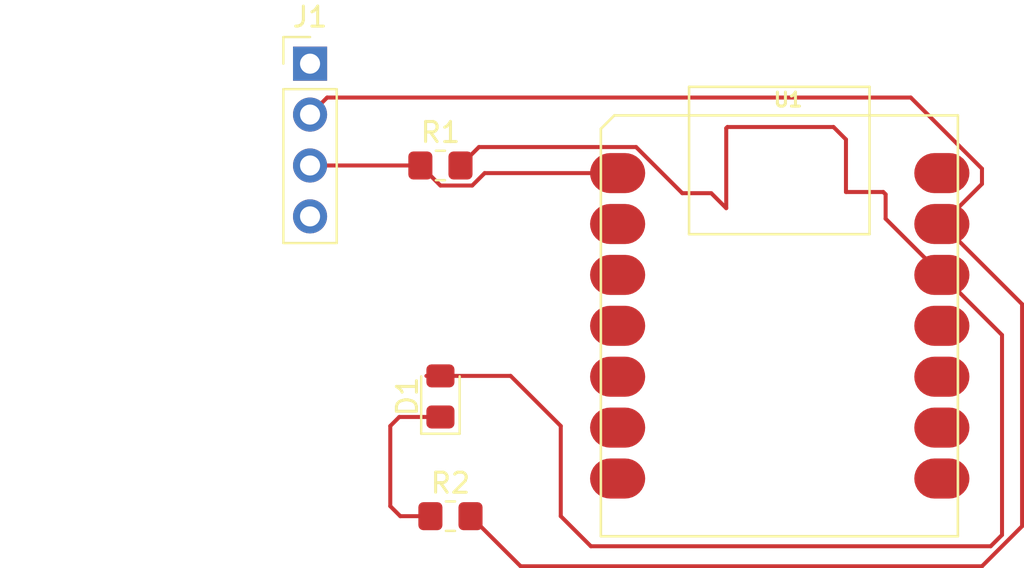
<source format=kicad_pcb>
(kicad_pcb (version 20240108) (generator "pcbnew") (generator_version "8.0")
  (layers (0 "F.Cu" signal) (31 "B.Cu" signal) (34 "B.Paste" user) (35 "F.Paste" user) (36 "B.SilkS" user "B.Silkscreen") (37 "F.SilkS" user "F.Silkscreen") (38 "B.Mask" user) (39 "F.Mask" user) (44 "Edge.Cuts" user))
  (net 0 "")
  (net 7 "Net-(D1-K)")
  (net 9 "/GND")
  (net 12 "Net-(D1-A)")
  (net 17 "Net-(J1-Pin_3)")
  (footprint "LED_SMD:LED_0805_2012Metric_Pad1.15x1.40mm_HandSolder" (layer "F.Cu") (at 104.5 78.525 90)
    (property "Reference" "D1" (at 0 -1.65 90) (layer "F.SilkS"))
    (property "Value" "LED")
    (fp_line (start 1 -0.96) (end -1.86 -0.96) (stroke (width 0.12)) (layer "F.SilkS"))
    (fp_line (start -1.86 -0.96) (end -1.86 0.96) (stroke (width 0.12)) (layer "F.SilkS"))
    (fp_line (start -1.86 0.96) (end 1 0.96) (stroke (width 0.12)) (layer "F.SilkS"))
    (pad "1" smd roundrect (at -1.025 0 90) (size 1.15 1.4) (layers "F.Cu" "F.Paste" "F.Mask") (roundrect_rratio 0.217391) (net 7 "Net-(D1-K)"))
    (pad "2" smd roundrect (at 1.025 0 90) (size 1.15 1.4) (layers "F.Cu" "F.Paste" "F.Mask") (roundrect_rratio 0.217391) (net 12 "Net-(D1-A)"))
  )
  (footprint "Resistor_SMD:R_0805_2012Metric_Pad1.20x1.40mm_HandSolder" (layer "F.Cu") (at 104.5 67)
    (property "Reference" "R1" (at 0 -1.65 0) (layer "F.SilkS"))
    (property "Value" "560omh")
    (fp_line (start -0.227064 -0.735) (end 0.227064 -0.735) (stroke (width 0.12)) (layer "F.SilkS"))
    (fp_line (start -0.227064 0.735) (end 0.227064 0.735) (stroke (width 0.12)) (layer "F.SilkS"))
    (pad "1" smd roundrect (at -1 0) (size 1.2 1.4) (layers "F.Cu" "F.Paste" "F.Mask") (roundrect_rratio 0.208333) (net 17 "Net-(J1-Pin_3)"))
    (pad "2" smd roundrect (at 1 0) (size 1.2 1.4) (layers "F.Cu" "F.Paste" "F.Mask") (roundrect_rratio 0.208333) (net 12 "Net-(D1-A)"))
  )
  (footprint "Connector_PinHeader_2.54mm:PinHeader_1x04_P2.54mm_Vertical" (layer "F.Cu") (at 98 61.92)
    (property "Reference" "J1" (at 0 -2.33 0) (layer "F.SilkS"))
    (property "Value" "12\" eTape Liquid Level Sensor + extras")
    (fp_line (start -1.33 -1.33) (end 0 -1.33) (stroke (width 0.12)) (layer "F.SilkS"))
    (fp_line (start -1.33 0) (end -1.33 -1.33) (stroke (width 0.12)) (layer "F.SilkS"))
    (fp_line (start -1.33 1.27) (end -1.33 8.95) (stroke (width 0.12)) (layer "F.SilkS"))
    (fp_line (start -1.33 1.27) (end 1.33 1.27) (stroke (width 0.12)) (layer "F.SilkS"))
    (fp_line (start -1.33 8.95) (end 1.33 8.95) (stroke (width 0.12)) (layer "F.SilkS"))
    (fp_line (start 1.33 1.27) (end 1.33 8.95) (stroke (width 0.12)) (layer "F.SilkS"))
    (pad "1" thru_hole rect (at 0 0) (size 1.7 1.7) (drill 1) (layers "*.Cu" "*.Mask"))
    (pad "2" thru_hole oval (at 0 2.54) (size 1.7 1.7) (drill 1) (layers "*.Cu" "*.Mask") (net 9 "/GND"))
    (pad "3" thru_hole oval (at 0 5.08) (size 1.7 1.7) (drill 1) (layers "*.Cu" "*.Mask") (net 17 "Net-(J1-Pin_3)"))
    (pad "4" thru_hole oval (at 0 7.62) (size 1.7 1.7) (drill 1) (layers "*.Cu" "*.Mask"))
  )
  (footprint "Resistor_SMD:R_0805_2012Metric_Pad1.20x1.40mm_HandSolder" (layer "F.Cu") (at 105 84.5)
    (property "Reference" "R2" (at 0 -1.65 0) (layer "F.SilkS"))
    (property "Value" "R")
    (fp_line (start -0.227064 -0.735) (end 0.227064 -0.735) (stroke (width 0.12)) (layer "F.SilkS"))
    (fp_line (start -0.227064 0.735) (end 0.227064 0.735) (stroke (width 0.12)) (layer "F.SilkS"))
    (pad "1" smd roundrect (at -1 0) (size 1.2 1.4) (layers "F.Cu" "F.Paste" "F.Mask") (roundrect_rratio 0.208333) (net 7 "Net-(D1-K)"))
    (pad "2" smd roundrect (at 1 0) (size 1.2 1.4) (layers "F.Cu" "F.Paste" "F.Mask") (roundrect_rratio 0.208333) (net 9 "/GND"))
  )
  (footprint "xiao ESP32C3_PCB:MOUDLE14P-SMD-2.54-21X17.8MM" (layer "F.Cu") (at 112.5 85.5)
    (property "Reference" "U1" (at 9.3345 -21.7805 0) (layer "F.SilkS") (effects (font (size 0.7 0.7))))
    (property "Value" "MOUDLE-SEEEDUINO-XIAO-ESP32C3")
    (fp_line (start 0 -20.3285) (end 0 0) (stroke (width 0.127)) (layer "F.SilkS"))
    (fp_line (start 0 0) (end 17.8 0) (stroke (width 0.127)) (layer "F.SilkS"))
    (fp_line (start 0.671541 -21) (end 0 -20.3285) (stroke (width 0.127)) (layer "F.SilkS"))
    (fp_line (start 4.396 -15.072) (end 4.396 -22.425) (stroke (width 0.127)) (layer "F.SilkS"))
    (fp_line (start 4.4 -22.424) (end 13.395 -22.424) (stroke (width 0.127)) (layer "F.SilkS"))
    (fp_line (start 13.395 -22.424) (end 13.395 -15.072) (stroke (width 0.127)) (layer "F.SilkS"))
    (fp_line (start 13.395 -15.072) (end 4.396 -15.072) (stroke (width 0.127)) (layer "F.SilkS"))
    (fp_line (start 17.8 -21) (end 0.671541 -21) (stroke (width 0.127)) (layer "F.SilkS"))
    (fp_line (start 17.8 0) (end 17.8 -21) (stroke (width 0.127)) (layer "F.SilkS"))
    (pad "1" smd roundrect (at 0.835 -18.12) (size 2.75 2) (layers "F.Cu" "F.Paste" "F.Mask") (roundrect_rratio 0.5) (net 17 "Net-(J1-Pin_3)"))
    (pad "2" smd roundrect (at 0.835 -15.58) (size 2.75 2) (layers "F.Cu" "F.Paste" "F.Mask") (roundrect_rratio 0.5))
    (pad "3" smd roundrect (at 0.835 -13.04) (size 2.75 2) (layers "F.Cu" "F.Paste" "F.Mask") (roundrect_rratio 0.5))
    (pad "4" smd roundrect (at 0.835 -10.5) (size 2.75 2) (layers "F.Cu" "F.Paste" "F.Mask") (roundrect_rratio 0.5))
    (pad "5" smd roundrect (at 0.835 -7.96) (size 2.75 2) (layers "F.Cu" "F.Paste" "F.Mask") (roundrect_rratio 0.5))
    (pad "6" smd roundrect (at 0.835 -5.42) (size 2.75 2) (layers "F.Cu" "F.Paste" "F.Mask") (roundrect_rratio 0.5))
    (pad "7" smd roundrect (at 0.835 -2.88) (size 2.75 2) (layers "F.Cu" "F.Paste" "F.Mask") (roundrect_rratio 0.5))
    (pad "8" smd roundrect (at 17 -2.88) (size 2.75 2) (layers "F.Cu" "F.Paste" "F.Mask") (roundrect_rratio 0.5))
    (pad "9" smd roundrect (at 17 -5.42) (size 2.75 2) (layers "F.Cu" "F.Paste" "F.Mask") (roundrect_rratio 0.5))
    (pad "10" smd roundrect (at 17 -7.96) (size 2.75 2) (layers "F.Cu" "F.Paste" "F.Mask") (roundrect_rratio 0.5))
    (pad "11" smd roundrect (at 17 -10.5) (size 2.75 2) (layers "F.Cu" "F.Paste" "F.Mask") (roundrect_rratio 0.5))
    (pad "12" smd roundrect (at 17 -13.04) (size 2.75 2) (layers "F.Cu" "F.Paste" "F.Mask") (roundrect_rratio 0.5) (net 12 "Net-(D1-A)"))
    (pad "13" smd roundrect (at 17 -15.58) (size 2.75 2) (layers "F.Cu" "F.Paste" "F.Mask") (roundrect_rratio 0.5) (net 9 "/GND"))
    (pad "14" smd roundrect (at 17 -18.12) (size 2.75 2) (layers "F.Cu" "F.Paste" "F.Mask") (roundrect_rratio 0.5))
  )
  (segment (start 102.45 79.55) (end 102 80) (width 0.2) (layer "F.Cu") (net 7))
  (segment (start 104.5 79.55) (end 102.45 79.55) (width 0.2) (layer "F.Cu") (net 7))
  (segment (start 102 80) (end 102 84) (width 0.2) (layer "F.Cu") (net 7))
  (segment (start 102 84) (end 102.5 84.5) (width 0.2) (layer "F.Cu") (net 7))
  (segment (start 102.5 84.5) (end 104 84.5) (width 0.2) (layer "F.Cu") (net 7))
  (segment (start 98.85 63.61) (end 127.95077 63.61) (width 0.2) (layer "F.Cu") (net 9))
  (segment (start 127.95077 63.61) (end 131.5 67.15923) (width 0.2) (layer "F.Cu") (net 9))
  (segment (start 108.5 87) (end 131.5 87) (width 0.2) (layer "F.Cu") (net 9))
  (segment (start 131.5 87) (end 133.5 85) (width 0.2) (layer "F.Cu") (net 9))
  (segment (start 106 84.5) (end 108.5 87) (width 0.2) (layer "F.Cu") (net 9))
  (segment (start 133.5 73.92) (end 129.5 69.92) (width 0.2) (layer "F.Cu") (net 9))
  (segment (start 133.5 85) (end 133.5 73.92) (width 0.2) (layer "F.Cu") (net 9))
  (segment (start 98 64.46) (end 98.85 63.61) (width 0.2) (layer "F.Cu") (net 9))
  (segment (start 131.5 67.15923) (end 131.5 67.92) (width 0.2) (layer "F.Cu") (net 9))
  (segment (start 131.5 67.92) (end 129.5 69.92) (width 0.2) (layer "F.Cu") (net 9))
  (segment (start 124.719 68.323422) (end 126.579844 68.323422) (width 0.2) (layer "F.Cu") (net 12))
  (segment (start 108 77.5) (end 110.5 80) (width 0.2) (layer "F.Cu") (net 12))
  (segment (start 132.5 85.434314) (end 132.5 75.46) (width 0.2) (layer "F.Cu") (net 12))
  (segment (start 105.5 67) (end 106.42 66.08) (width 0.2) (layer "F.Cu") (net 12))
  (segment (start 114.25577 66.08) (end 116.55777 68.382) (width 0.2) (layer "F.Cu") (net 12))
  (segment (start 126.697 69.657) (end 129.5 72.46) (width 0.2) (layer "F.Cu") (net 12))
  (segment (start 132.5 75.46) (end 129.5 72.46) (width 0.2) (layer "F.Cu") (net 12))
  (segment (start 118.808578 65.08) (end 124.098422 65.08) (width 0.2) (layer "F.Cu") (net 12))
  (segment (start 118.75 65.138578) (end 118.808578 65.08) (width 0.2) (layer "F.Cu") (net 12))
  (segment (start 126.697 68.440578) (end 126.697 69.657) (width 0.2) (layer "F.Cu") (net 12))
  (segment (start 118.002422 68.382) (end 118.75 69.129578) (width 0.2) (layer "F.Cu") (net 12))
  (segment (start 110.5 84.5) (end 112 86) (width 0.2) (layer "F.Cu") (net 12))
  (segment (start 112 86) (end 131.934314 86) (width 0.2) (layer "F.Cu") (net 12))
  (segment (start 104.5 77.5) (end 108 77.5) (width 0.2) (layer "F.Cu") (net 12))
  (segment (start 126.579844 68.323422) (end 126.697 68.440578) (width 0.2) (layer "F.Cu") (net 12))
  (segment (start 106.42 66.08) (end 114.25577 66.08) (width 0.2) (layer "F.Cu") (net 12))
  (segment (start 124.098422 65.08) (end 124.719 65.700578) (width 0.2) (layer "F.Cu") (net 12))
  (segment (start 131.934314 86) (end 132.5 85.434314) (width 0.2) (layer "F.Cu") (net 12))
  (segment (start 116.55777 68.382) (end 118.002422 68.382) (width 0.2) (layer "F.Cu") (net 12))
  (segment (start 124.719 65.700578) (end 124.719 68.323422) (width 0.2) (layer "F.Cu") (net 12))
  (segment (start 118.75 69.129578) (end 118.75 65.138578) (width 0.2) (layer "F.Cu") (net 12))
  (segment (start 104.5 77.5) (end 103.8 77.5) (width 0.2) (layer "F.Cu") (net 12))
  (segment (start 110.5 80) (end 110.5 84.5) (width 0.2) (layer "F.Cu") (net 12))
  (segment (start 104.5 68) (end 103.5 67) (width 0.2) (layer "F.Cu") (net 17))
  (segment (start 106.084744 68) (end 104.5 68) (width 0.2) (layer "F.Cu") (net 17))
  (segment (start 98 67) (end 103.5 67) (width 0.2) (layer "F.Cu") (net 17))
  (segment (start 113.335 67.38) (end 106.704744 67.38) (width 0.2) (layer "F.Cu") (net 17))
  (segment (start 106.704744 67.38) (end 106.084744 68) (width 0.2) (layer "F.Cu") (net 17))
)
</source>
